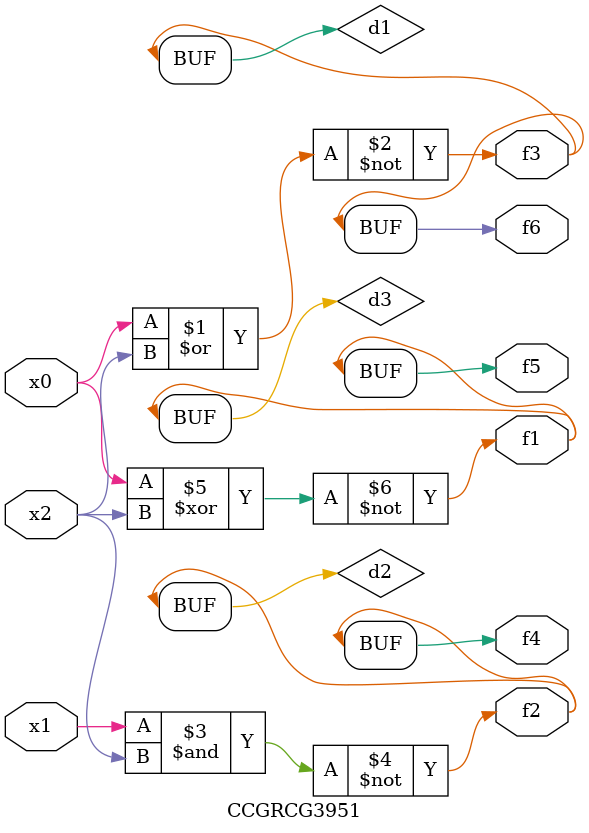
<source format=v>
module CCGRCG3951(
	input x0, x1, x2,
	output f1, f2, f3, f4, f5, f6
);

	wire d1, d2, d3;

	nor (d1, x0, x2);
	nand (d2, x1, x2);
	xnor (d3, x0, x2);
	assign f1 = d3;
	assign f2 = d2;
	assign f3 = d1;
	assign f4 = d2;
	assign f5 = d3;
	assign f6 = d1;
endmodule

</source>
